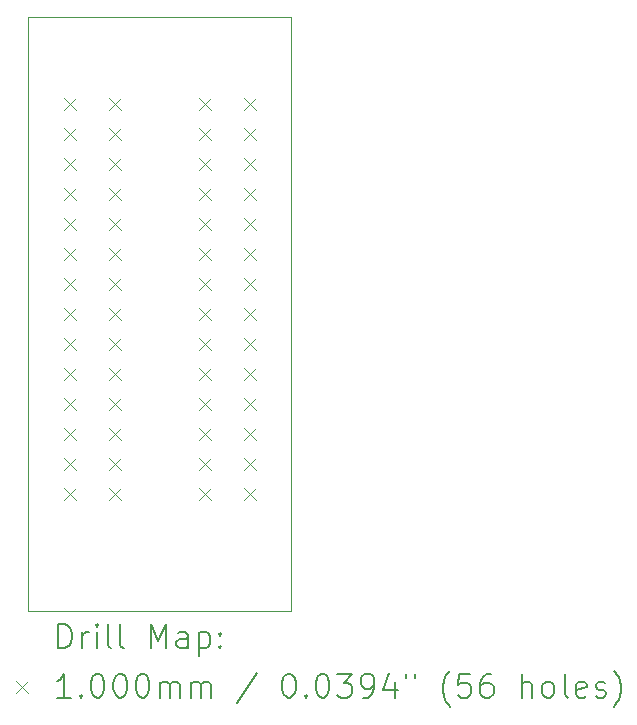
<source format=gbr>
%TF.GenerationSoftware,KiCad,Pcbnew,8.0.8*%
%TF.CreationDate,2025-06-20T13:46:22-04:00*%
%TF.ProjectId,ZiffAdapter,5a696666-4164-4617-9074-65722e6b6963,rev?*%
%TF.SameCoordinates,Original*%
%TF.FileFunction,Drillmap*%
%TF.FilePolarity,Positive*%
%FSLAX45Y45*%
G04 Gerber Fmt 4.5, Leading zero omitted, Abs format (unit mm)*
G04 Created by KiCad (PCBNEW 8.0.8) date 2025-06-20 13:46:22*
%MOMM*%
%LPD*%
G01*
G04 APERTURE LIST*
%ADD10C,0.050000*%
%ADD11C,0.200000*%
%ADD12C,0.100000*%
G04 APERTURE END LIST*
D10*
X9424400Y735700D02*
X11650200Y735700D01*
X11650200Y-4292600D01*
X9424400Y-4292600D01*
X9424400Y735700D01*
D11*
D12*
X9729000Y50000D02*
X9829000Y-50000D01*
X9829000Y50000D02*
X9729000Y-50000D01*
X9729000Y-204000D02*
X9829000Y-304000D01*
X9829000Y-204000D02*
X9729000Y-304000D01*
X9729000Y-458000D02*
X9829000Y-558000D01*
X9829000Y-458000D02*
X9729000Y-558000D01*
X9729000Y-712000D02*
X9829000Y-812000D01*
X9829000Y-712000D02*
X9729000Y-812000D01*
X9729000Y-966000D02*
X9829000Y-1066000D01*
X9829000Y-966000D02*
X9729000Y-1066000D01*
X9729000Y-1220000D02*
X9829000Y-1320000D01*
X9829000Y-1220000D02*
X9729000Y-1320000D01*
X9729000Y-1474000D02*
X9829000Y-1574000D01*
X9829000Y-1474000D02*
X9729000Y-1574000D01*
X9729000Y-1728000D02*
X9829000Y-1828000D01*
X9829000Y-1728000D02*
X9729000Y-1828000D01*
X9729000Y-1982000D02*
X9829000Y-2082000D01*
X9829000Y-1982000D02*
X9729000Y-2082000D01*
X9729000Y-2236000D02*
X9829000Y-2336000D01*
X9829000Y-2236000D02*
X9729000Y-2336000D01*
X9729000Y-2490000D02*
X9829000Y-2590000D01*
X9829000Y-2490000D02*
X9729000Y-2590000D01*
X9729000Y-2744000D02*
X9829000Y-2844000D01*
X9829000Y-2744000D02*
X9729000Y-2844000D01*
X9729000Y-2998000D02*
X9829000Y-3098000D01*
X9829000Y-2998000D02*
X9729000Y-3098000D01*
X9729000Y-3252000D02*
X9829000Y-3352000D01*
X9829000Y-3252000D02*
X9729000Y-3352000D01*
X10110000Y50000D02*
X10210000Y-50000D01*
X10210000Y50000D02*
X10110000Y-50000D01*
X10110000Y-204000D02*
X10210000Y-304000D01*
X10210000Y-204000D02*
X10110000Y-304000D01*
X10110000Y-458000D02*
X10210000Y-558000D01*
X10210000Y-458000D02*
X10110000Y-558000D01*
X10110000Y-712000D02*
X10210000Y-812000D01*
X10210000Y-712000D02*
X10110000Y-812000D01*
X10110000Y-966000D02*
X10210000Y-1066000D01*
X10210000Y-966000D02*
X10110000Y-1066000D01*
X10110000Y-1220000D02*
X10210000Y-1320000D01*
X10210000Y-1220000D02*
X10110000Y-1320000D01*
X10110000Y-1474000D02*
X10210000Y-1574000D01*
X10210000Y-1474000D02*
X10110000Y-1574000D01*
X10110000Y-1728000D02*
X10210000Y-1828000D01*
X10210000Y-1728000D02*
X10110000Y-1828000D01*
X10110000Y-1982000D02*
X10210000Y-2082000D01*
X10210000Y-1982000D02*
X10110000Y-2082000D01*
X10110000Y-2236000D02*
X10210000Y-2336000D01*
X10210000Y-2236000D02*
X10110000Y-2336000D01*
X10110000Y-2490000D02*
X10210000Y-2590000D01*
X10210000Y-2490000D02*
X10110000Y-2590000D01*
X10110000Y-2744000D02*
X10210000Y-2844000D01*
X10210000Y-2744000D02*
X10110000Y-2844000D01*
X10110000Y-2998000D02*
X10210000Y-3098000D01*
X10210000Y-2998000D02*
X10110000Y-3098000D01*
X10110000Y-3252000D02*
X10210000Y-3352000D01*
X10210000Y-3252000D02*
X10110000Y-3352000D01*
X10872000Y50000D02*
X10972000Y-50000D01*
X10972000Y50000D02*
X10872000Y-50000D01*
X10872000Y-204000D02*
X10972000Y-304000D01*
X10972000Y-204000D02*
X10872000Y-304000D01*
X10872000Y-458000D02*
X10972000Y-558000D01*
X10972000Y-458000D02*
X10872000Y-558000D01*
X10872000Y-712000D02*
X10972000Y-812000D01*
X10972000Y-712000D02*
X10872000Y-812000D01*
X10872000Y-966000D02*
X10972000Y-1066000D01*
X10972000Y-966000D02*
X10872000Y-1066000D01*
X10872000Y-1220000D02*
X10972000Y-1320000D01*
X10972000Y-1220000D02*
X10872000Y-1320000D01*
X10872000Y-1474000D02*
X10972000Y-1574000D01*
X10972000Y-1474000D02*
X10872000Y-1574000D01*
X10872000Y-1728000D02*
X10972000Y-1828000D01*
X10972000Y-1728000D02*
X10872000Y-1828000D01*
X10872000Y-1982000D02*
X10972000Y-2082000D01*
X10972000Y-1982000D02*
X10872000Y-2082000D01*
X10872000Y-2236000D02*
X10972000Y-2336000D01*
X10972000Y-2236000D02*
X10872000Y-2336000D01*
X10872000Y-2490000D02*
X10972000Y-2590000D01*
X10972000Y-2490000D02*
X10872000Y-2590000D01*
X10872000Y-2744000D02*
X10972000Y-2844000D01*
X10972000Y-2744000D02*
X10872000Y-2844000D01*
X10872000Y-2998000D02*
X10972000Y-3098000D01*
X10972000Y-2998000D02*
X10872000Y-3098000D01*
X10872000Y-3252000D02*
X10972000Y-3352000D01*
X10972000Y-3252000D02*
X10872000Y-3352000D01*
X11253000Y50000D02*
X11353000Y-50000D01*
X11353000Y50000D02*
X11253000Y-50000D01*
X11253000Y-204000D02*
X11353000Y-304000D01*
X11353000Y-204000D02*
X11253000Y-304000D01*
X11253000Y-458000D02*
X11353000Y-558000D01*
X11353000Y-458000D02*
X11253000Y-558000D01*
X11253000Y-712000D02*
X11353000Y-812000D01*
X11353000Y-712000D02*
X11253000Y-812000D01*
X11253000Y-966000D02*
X11353000Y-1066000D01*
X11353000Y-966000D02*
X11253000Y-1066000D01*
X11253000Y-1220000D02*
X11353000Y-1320000D01*
X11353000Y-1220000D02*
X11253000Y-1320000D01*
X11253000Y-1474000D02*
X11353000Y-1574000D01*
X11353000Y-1474000D02*
X11253000Y-1574000D01*
X11253000Y-1728000D02*
X11353000Y-1828000D01*
X11353000Y-1728000D02*
X11253000Y-1828000D01*
X11253000Y-1982000D02*
X11353000Y-2082000D01*
X11353000Y-1982000D02*
X11253000Y-2082000D01*
X11253000Y-2236000D02*
X11353000Y-2336000D01*
X11353000Y-2236000D02*
X11253000Y-2336000D01*
X11253000Y-2490000D02*
X11353000Y-2590000D01*
X11353000Y-2490000D02*
X11253000Y-2590000D01*
X11253000Y-2744000D02*
X11353000Y-2844000D01*
X11353000Y-2744000D02*
X11253000Y-2844000D01*
X11253000Y-2998000D02*
X11353000Y-3098000D01*
X11353000Y-2998000D02*
X11253000Y-3098000D01*
X11253000Y-3252000D02*
X11353000Y-3352000D01*
X11353000Y-3252000D02*
X11253000Y-3352000D01*
D11*
X9682677Y-4606584D02*
X9682677Y-4406584D01*
X9682677Y-4406584D02*
X9730296Y-4406584D01*
X9730296Y-4406584D02*
X9758867Y-4416108D01*
X9758867Y-4416108D02*
X9777915Y-4435155D01*
X9777915Y-4435155D02*
X9787439Y-4454203D01*
X9787439Y-4454203D02*
X9796963Y-4492298D01*
X9796963Y-4492298D02*
X9796963Y-4520870D01*
X9796963Y-4520870D02*
X9787439Y-4558965D01*
X9787439Y-4558965D02*
X9777915Y-4578012D01*
X9777915Y-4578012D02*
X9758867Y-4597060D01*
X9758867Y-4597060D02*
X9730296Y-4606584D01*
X9730296Y-4606584D02*
X9682677Y-4606584D01*
X9882677Y-4606584D02*
X9882677Y-4473250D01*
X9882677Y-4511346D02*
X9892201Y-4492298D01*
X9892201Y-4492298D02*
X9901724Y-4482774D01*
X9901724Y-4482774D02*
X9920772Y-4473250D01*
X9920772Y-4473250D02*
X9939820Y-4473250D01*
X10006486Y-4606584D02*
X10006486Y-4473250D01*
X10006486Y-4406584D02*
X9996963Y-4416108D01*
X9996963Y-4416108D02*
X10006486Y-4425631D01*
X10006486Y-4425631D02*
X10016010Y-4416108D01*
X10016010Y-4416108D02*
X10006486Y-4406584D01*
X10006486Y-4406584D02*
X10006486Y-4425631D01*
X10130296Y-4606584D02*
X10111248Y-4597060D01*
X10111248Y-4597060D02*
X10101724Y-4578012D01*
X10101724Y-4578012D02*
X10101724Y-4406584D01*
X10235058Y-4606584D02*
X10216010Y-4597060D01*
X10216010Y-4597060D02*
X10206486Y-4578012D01*
X10206486Y-4578012D02*
X10206486Y-4406584D01*
X10463629Y-4606584D02*
X10463629Y-4406584D01*
X10463629Y-4406584D02*
X10530296Y-4549441D01*
X10530296Y-4549441D02*
X10596963Y-4406584D01*
X10596963Y-4406584D02*
X10596963Y-4606584D01*
X10777915Y-4606584D02*
X10777915Y-4501822D01*
X10777915Y-4501822D02*
X10768391Y-4482774D01*
X10768391Y-4482774D02*
X10749344Y-4473250D01*
X10749344Y-4473250D02*
X10711248Y-4473250D01*
X10711248Y-4473250D02*
X10692201Y-4482774D01*
X10777915Y-4597060D02*
X10758867Y-4606584D01*
X10758867Y-4606584D02*
X10711248Y-4606584D01*
X10711248Y-4606584D02*
X10692201Y-4597060D01*
X10692201Y-4597060D02*
X10682677Y-4578012D01*
X10682677Y-4578012D02*
X10682677Y-4558965D01*
X10682677Y-4558965D02*
X10692201Y-4539917D01*
X10692201Y-4539917D02*
X10711248Y-4530393D01*
X10711248Y-4530393D02*
X10758867Y-4530393D01*
X10758867Y-4530393D02*
X10777915Y-4520870D01*
X10873153Y-4473250D02*
X10873153Y-4673250D01*
X10873153Y-4482774D02*
X10892201Y-4473250D01*
X10892201Y-4473250D02*
X10930296Y-4473250D01*
X10930296Y-4473250D02*
X10949344Y-4482774D01*
X10949344Y-4482774D02*
X10958867Y-4492298D01*
X10958867Y-4492298D02*
X10968391Y-4511346D01*
X10968391Y-4511346D02*
X10968391Y-4568489D01*
X10968391Y-4568489D02*
X10958867Y-4587536D01*
X10958867Y-4587536D02*
X10949344Y-4597060D01*
X10949344Y-4597060D02*
X10930296Y-4606584D01*
X10930296Y-4606584D02*
X10892201Y-4606584D01*
X10892201Y-4606584D02*
X10873153Y-4597060D01*
X11054105Y-4587536D02*
X11063629Y-4597060D01*
X11063629Y-4597060D02*
X11054105Y-4606584D01*
X11054105Y-4606584D02*
X11044582Y-4597060D01*
X11044582Y-4597060D02*
X11054105Y-4587536D01*
X11054105Y-4587536D02*
X11054105Y-4606584D01*
X11054105Y-4482774D02*
X11063629Y-4492298D01*
X11063629Y-4492298D02*
X11054105Y-4501822D01*
X11054105Y-4501822D02*
X11044582Y-4492298D01*
X11044582Y-4492298D02*
X11054105Y-4482774D01*
X11054105Y-4482774D02*
X11054105Y-4501822D01*
D12*
X9321900Y-4885100D02*
X9421900Y-4985100D01*
X9421900Y-4885100D02*
X9321900Y-4985100D01*
D11*
X9787439Y-5026584D02*
X9673153Y-5026584D01*
X9730296Y-5026584D02*
X9730296Y-4826584D01*
X9730296Y-4826584D02*
X9711248Y-4855155D01*
X9711248Y-4855155D02*
X9692201Y-4874203D01*
X9692201Y-4874203D02*
X9673153Y-4883727D01*
X9873153Y-5007536D02*
X9882677Y-5017060D01*
X9882677Y-5017060D02*
X9873153Y-5026584D01*
X9873153Y-5026584D02*
X9863629Y-5017060D01*
X9863629Y-5017060D02*
X9873153Y-5007536D01*
X9873153Y-5007536D02*
X9873153Y-5026584D01*
X10006486Y-4826584D02*
X10025534Y-4826584D01*
X10025534Y-4826584D02*
X10044582Y-4836108D01*
X10044582Y-4836108D02*
X10054105Y-4845631D01*
X10054105Y-4845631D02*
X10063629Y-4864679D01*
X10063629Y-4864679D02*
X10073153Y-4902774D01*
X10073153Y-4902774D02*
X10073153Y-4950393D01*
X10073153Y-4950393D02*
X10063629Y-4988489D01*
X10063629Y-4988489D02*
X10054105Y-5007536D01*
X10054105Y-5007536D02*
X10044582Y-5017060D01*
X10044582Y-5017060D02*
X10025534Y-5026584D01*
X10025534Y-5026584D02*
X10006486Y-5026584D01*
X10006486Y-5026584D02*
X9987439Y-5017060D01*
X9987439Y-5017060D02*
X9977915Y-5007536D01*
X9977915Y-5007536D02*
X9968391Y-4988489D01*
X9968391Y-4988489D02*
X9958867Y-4950393D01*
X9958867Y-4950393D02*
X9958867Y-4902774D01*
X9958867Y-4902774D02*
X9968391Y-4864679D01*
X9968391Y-4864679D02*
X9977915Y-4845631D01*
X9977915Y-4845631D02*
X9987439Y-4836108D01*
X9987439Y-4836108D02*
X10006486Y-4826584D01*
X10196963Y-4826584D02*
X10216010Y-4826584D01*
X10216010Y-4826584D02*
X10235058Y-4836108D01*
X10235058Y-4836108D02*
X10244582Y-4845631D01*
X10244582Y-4845631D02*
X10254105Y-4864679D01*
X10254105Y-4864679D02*
X10263629Y-4902774D01*
X10263629Y-4902774D02*
X10263629Y-4950393D01*
X10263629Y-4950393D02*
X10254105Y-4988489D01*
X10254105Y-4988489D02*
X10244582Y-5007536D01*
X10244582Y-5007536D02*
X10235058Y-5017060D01*
X10235058Y-5017060D02*
X10216010Y-5026584D01*
X10216010Y-5026584D02*
X10196963Y-5026584D01*
X10196963Y-5026584D02*
X10177915Y-5017060D01*
X10177915Y-5017060D02*
X10168391Y-5007536D01*
X10168391Y-5007536D02*
X10158867Y-4988489D01*
X10158867Y-4988489D02*
X10149344Y-4950393D01*
X10149344Y-4950393D02*
X10149344Y-4902774D01*
X10149344Y-4902774D02*
X10158867Y-4864679D01*
X10158867Y-4864679D02*
X10168391Y-4845631D01*
X10168391Y-4845631D02*
X10177915Y-4836108D01*
X10177915Y-4836108D02*
X10196963Y-4826584D01*
X10387439Y-4826584D02*
X10406486Y-4826584D01*
X10406486Y-4826584D02*
X10425534Y-4836108D01*
X10425534Y-4836108D02*
X10435058Y-4845631D01*
X10435058Y-4845631D02*
X10444582Y-4864679D01*
X10444582Y-4864679D02*
X10454105Y-4902774D01*
X10454105Y-4902774D02*
X10454105Y-4950393D01*
X10454105Y-4950393D02*
X10444582Y-4988489D01*
X10444582Y-4988489D02*
X10435058Y-5007536D01*
X10435058Y-5007536D02*
X10425534Y-5017060D01*
X10425534Y-5017060D02*
X10406486Y-5026584D01*
X10406486Y-5026584D02*
X10387439Y-5026584D01*
X10387439Y-5026584D02*
X10368391Y-5017060D01*
X10368391Y-5017060D02*
X10358867Y-5007536D01*
X10358867Y-5007536D02*
X10349344Y-4988489D01*
X10349344Y-4988489D02*
X10339820Y-4950393D01*
X10339820Y-4950393D02*
X10339820Y-4902774D01*
X10339820Y-4902774D02*
X10349344Y-4864679D01*
X10349344Y-4864679D02*
X10358867Y-4845631D01*
X10358867Y-4845631D02*
X10368391Y-4836108D01*
X10368391Y-4836108D02*
X10387439Y-4826584D01*
X10539820Y-5026584D02*
X10539820Y-4893250D01*
X10539820Y-4912298D02*
X10549344Y-4902774D01*
X10549344Y-4902774D02*
X10568391Y-4893250D01*
X10568391Y-4893250D02*
X10596963Y-4893250D01*
X10596963Y-4893250D02*
X10616010Y-4902774D01*
X10616010Y-4902774D02*
X10625534Y-4921822D01*
X10625534Y-4921822D02*
X10625534Y-5026584D01*
X10625534Y-4921822D02*
X10635058Y-4902774D01*
X10635058Y-4902774D02*
X10654105Y-4893250D01*
X10654105Y-4893250D02*
X10682677Y-4893250D01*
X10682677Y-4893250D02*
X10701725Y-4902774D01*
X10701725Y-4902774D02*
X10711248Y-4921822D01*
X10711248Y-4921822D02*
X10711248Y-5026584D01*
X10806486Y-5026584D02*
X10806486Y-4893250D01*
X10806486Y-4912298D02*
X10816010Y-4902774D01*
X10816010Y-4902774D02*
X10835058Y-4893250D01*
X10835058Y-4893250D02*
X10863629Y-4893250D01*
X10863629Y-4893250D02*
X10882677Y-4902774D01*
X10882677Y-4902774D02*
X10892201Y-4921822D01*
X10892201Y-4921822D02*
X10892201Y-5026584D01*
X10892201Y-4921822D02*
X10901725Y-4902774D01*
X10901725Y-4902774D02*
X10920772Y-4893250D01*
X10920772Y-4893250D02*
X10949344Y-4893250D01*
X10949344Y-4893250D02*
X10968391Y-4902774D01*
X10968391Y-4902774D02*
X10977915Y-4921822D01*
X10977915Y-4921822D02*
X10977915Y-5026584D01*
X11368391Y-4817060D02*
X11196963Y-5074203D01*
X11625534Y-4826584D02*
X11644582Y-4826584D01*
X11644582Y-4826584D02*
X11663629Y-4836108D01*
X11663629Y-4836108D02*
X11673153Y-4845631D01*
X11673153Y-4845631D02*
X11682677Y-4864679D01*
X11682677Y-4864679D02*
X11692201Y-4902774D01*
X11692201Y-4902774D02*
X11692201Y-4950393D01*
X11692201Y-4950393D02*
X11682677Y-4988489D01*
X11682677Y-4988489D02*
X11673153Y-5007536D01*
X11673153Y-5007536D02*
X11663629Y-5017060D01*
X11663629Y-5017060D02*
X11644582Y-5026584D01*
X11644582Y-5026584D02*
X11625534Y-5026584D01*
X11625534Y-5026584D02*
X11606486Y-5017060D01*
X11606486Y-5017060D02*
X11596963Y-5007536D01*
X11596963Y-5007536D02*
X11587439Y-4988489D01*
X11587439Y-4988489D02*
X11577915Y-4950393D01*
X11577915Y-4950393D02*
X11577915Y-4902774D01*
X11577915Y-4902774D02*
X11587439Y-4864679D01*
X11587439Y-4864679D02*
X11596963Y-4845631D01*
X11596963Y-4845631D02*
X11606486Y-4836108D01*
X11606486Y-4836108D02*
X11625534Y-4826584D01*
X11777915Y-5007536D02*
X11787439Y-5017060D01*
X11787439Y-5017060D02*
X11777915Y-5026584D01*
X11777915Y-5026584D02*
X11768391Y-5017060D01*
X11768391Y-5017060D02*
X11777915Y-5007536D01*
X11777915Y-5007536D02*
X11777915Y-5026584D01*
X11911248Y-4826584D02*
X11930296Y-4826584D01*
X11930296Y-4826584D02*
X11949344Y-4836108D01*
X11949344Y-4836108D02*
X11958867Y-4845631D01*
X11958867Y-4845631D02*
X11968391Y-4864679D01*
X11968391Y-4864679D02*
X11977915Y-4902774D01*
X11977915Y-4902774D02*
X11977915Y-4950393D01*
X11977915Y-4950393D02*
X11968391Y-4988489D01*
X11968391Y-4988489D02*
X11958867Y-5007536D01*
X11958867Y-5007536D02*
X11949344Y-5017060D01*
X11949344Y-5017060D02*
X11930296Y-5026584D01*
X11930296Y-5026584D02*
X11911248Y-5026584D01*
X11911248Y-5026584D02*
X11892201Y-5017060D01*
X11892201Y-5017060D02*
X11882677Y-5007536D01*
X11882677Y-5007536D02*
X11873153Y-4988489D01*
X11873153Y-4988489D02*
X11863629Y-4950393D01*
X11863629Y-4950393D02*
X11863629Y-4902774D01*
X11863629Y-4902774D02*
X11873153Y-4864679D01*
X11873153Y-4864679D02*
X11882677Y-4845631D01*
X11882677Y-4845631D02*
X11892201Y-4836108D01*
X11892201Y-4836108D02*
X11911248Y-4826584D01*
X12044582Y-4826584D02*
X12168391Y-4826584D01*
X12168391Y-4826584D02*
X12101725Y-4902774D01*
X12101725Y-4902774D02*
X12130296Y-4902774D01*
X12130296Y-4902774D02*
X12149344Y-4912298D01*
X12149344Y-4912298D02*
X12158867Y-4921822D01*
X12158867Y-4921822D02*
X12168391Y-4940870D01*
X12168391Y-4940870D02*
X12168391Y-4988489D01*
X12168391Y-4988489D02*
X12158867Y-5007536D01*
X12158867Y-5007536D02*
X12149344Y-5017060D01*
X12149344Y-5017060D02*
X12130296Y-5026584D01*
X12130296Y-5026584D02*
X12073153Y-5026584D01*
X12073153Y-5026584D02*
X12054106Y-5017060D01*
X12054106Y-5017060D02*
X12044582Y-5007536D01*
X12263629Y-5026584D02*
X12301725Y-5026584D01*
X12301725Y-5026584D02*
X12320772Y-5017060D01*
X12320772Y-5017060D02*
X12330296Y-5007536D01*
X12330296Y-5007536D02*
X12349344Y-4978965D01*
X12349344Y-4978965D02*
X12358867Y-4940870D01*
X12358867Y-4940870D02*
X12358867Y-4864679D01*
X12358867Y-4864679D02*
X12349344Y-4845631D01*
X12349344Y-4845631D02*
X12339820Y-4836108D01*
X12339820Y-4836108D02*
X12320772Y-4826584D01*
X12320772Y-4826584D02*
X12282677Y-4826584D01*
X12282677Y-4826584D02*
X12263629Y-4836108D01*
X12263629Y-4836108D02*
X12254106Y-4845631D01*
X12254106Y-4845631D02*
X12244582Y-4864679D01*
X12244582Y-4864679D02*
X12244582Y-4912298D01*
X12244582Y-4912298D02*
X12254106Y-4931346D01*
X12254106Y-4931346D02*
X12263629Y-4940870D01*
X12263629Y-4940870D02*
X12282677Y-4950393D01*
X12282677Y-4950393D02*
X12320772Y-4950393D01*
X12320772Y-4950393D02*
X12339820Y-4940870D01*
X12339820Y-4940870D02*
X12349344Y-4931346D01*
X12349344Y-4931346D02*
X12358867Y-4912298D01*
X12530296Y-4893250D02*
X12530296Y-5026584D01*
X12482677Y-4817060D02*
X12435058Y-4959917D01*
X12435058Y-4959917D02*
X12558867Y-4959917D01*
X12625534Y-4826584D02*
X12625534Y-4864679D01*
X12701725Y-4826584D02*
X12701725Y-4864679D01*
X12996963Y-5102774D02*
X12987439Y-5093250D01*
X12987439Y-5093250D02*
X12968391Y-5064679D01*
X12968391Y-5064679D02*
X12958868Y-5045631D01*
X12958868Y-5045631D02*
X12949344Y-5017060D01*
X12949344Y-5017060D02*
X12939820Y-4969441D01*
X12939820Y-4969441D02*
X12939820Y-4931346D01*
X12939820Y-4931346D02*
X12949344Y-4883727D01*
X12949344Y-4883727D02*
X12958868Y-4855155D01*
X12958868Y-4855155D02*
X12968391Y-4836108D01*
X12968391Y-4836108D02*
X12987439Y-4807536D01*
X12987439Y-4807536D02*
X12996963Y-4798012D01*
X13168391Y-4826584D02*
X13073153Y-4826584D01*
X13073153Y-4826584D02*
X13063629Y-4921822D01*
X13063629Y-4921822D02*
X13073153Y-4912298D01*
X13073153Y-4912298D02*
X13092201Y-4902774D01*
X13092201Y-4902774D02*
X13139820Y-4902774D01*
X13139820Y-4902774D02*
X13158868Y-4912298D01*
X13158868Y-4912298D02*
X13168391Y-4921822D01*
X13168391Y-4921822D02*
X13177915Y-4940870D01*
X13177915Y-4940870D02*
X13177915Y-4988489D01*
X13177915Y-4988489D02*
X13168391Y-5007536D01*
X13168391Y-5007536D02*
X13158868Y-5017060D01*
X13158868Y-5017060D02*
X13139820Y-5026584D01*
X13139820Y-5026584D02*
X13092201Y-5026584D01*
X13092201Y-5026584D02*
X13073153Y-5017060D01*
X13073153Y-5017060D02*
X13063629Y-5007536D01*
X13349344Y-4826584D02*
X13311248Y-4826584D01*
X13311248Y-4826584D02*
X13292201Y-4836108D01*
X13292201Y-4836108D02*
X13282677Y-4845631D01*
X13282677Y-4845631D02*
X13263629Y-4874203D01*
X13263629Y-4874203D02*
X13254106Y-4912298D01*
X13254106Y-4912298D02*
X13254106Y-4988489D01*
X13254106Y-4988489D02*
X13263629Y-5007536D01*
X13263629Y-5007536D02*
X13273153Y-5017060D01*
X13273153Y-5017060D02*
X13292201Y-5026584D01*
X13292201Y-5026584D02*
X13330296Y-5026584D01*
X13330296Y-5026584D02*
X13349344Y-5017060D01*
X13349344Y-5017060D02*
X13358868Y-5007536D01*
X13358868Y-5007536D02*
X13368391Y-4988489D01*
X13368391Y-4988489D02*
X13368391Y-4940870D01*
X13368391Y-4940870D02*
X13358868Y-4921822D01*
X13358868Y-4921822D02*
X13349344Y-4912298D01*
X13349344Y-4912298D02*
X13330296Y-4902774D01*
X13330296Y-4902774D02*
X13292201Y-4902774D01*
X13292201Y-4902774D02*
X13273153Y-4912298D01*
X13273153Y-4912298D02*
X13263629Y-4921822D01*
X13263629Y-4921822D02*
X13254106Y-4940870D01*
X13606487Y-5026584D02*
X13606487Y-4826584D01*
X13692201Y-5026584D02*
X13692201Y-4921822D01*
X13692201Y-4921822D02*
X13682677Y-4902774D01*
X13682677Y-4902774D02*
X13663630Y-4893250D01*
X13663630Y-4893250D02*
X13635058Y-4893250D01*
X13635058Y-4893250D02*
X13616010Y-4902774D01*
X13616010Y-4902774D02*
X13606487Y-4912298D01*
X13816010Y-5026584D02*
X13796963Y-5017060D01*
X13796963Y-5017060D02*
X13787439Y-5007536D01*
X13787439Y-5007536D02*
X13777915Y-4988489D01*
X13777915Y-4988489D02*
X13777915Y-4931346D01*
X13777915Y-4931346D02*
X13787439Y-4912298D01*
X13787439Y-4912298D02*
X13796963Y-4902774D01*
X13796963Y-4902774D02*
X13816010Y-4893250D01*
X13816010Y-4893250D02*
X13844582Y-4893250D01*
X13844582Y-4893250D02*
X13863630Y-4902774D01*
X13863630Y-4902774D02*
X13873153Y-4912298D01*
X13873153Y-4912298D02*
X13882677Y-4931346D01*
X13882677Y-4931346D02*
X13882677Y-4988489D01*
X13882677Y-4988489D02*
X13873153Y-5007536D01*
X13873153Y-5007536D02*
X13863630Y-5017060D01*
X13863630Y-5017060D02*
X13844582Y-5026584D01*
X13844582Y-5026584D02*
X13816010Y-5026584D01*
X13996963Y-5026584D02*
X13977915Y-5017060D01*
X13977915Y-5017060D02*
X13968391Y-4998012D01*
X13968391Y-4998012D02*
X13968391Y-4826584D01*
X14149344Y-5017060D02*
X14130296Y-5026584D01*
X14130296Y-5026584D02*
X14092201Y-5026584D01*
X14092201Y-5026584D02*
X14073153Y-5017060D01*
X14073153Y-5017060D02*
X14063630Y-4998012D01*
X14063630Y-4998012D02*
X14063630Y-4921822D01*
X14063630Y-4921822D02*
X14073153Y-4902774D01*
X14073153Y-4902774D02*
X14092201Y-4893250D01*
X14092201Y-4893250D02*
X14130296Y-4893250D01*
X14130296Y-4893250D02*
X14149344Y-4902774D01*
X14149344Y-4902774D02*
X14158868Y-4921822D01*
X14158868Y-4921822D02*
X14158868Y-4940870D01*
X14158868Y-4940870D02*
X14063630Y-4959917D01*
X14235058Y-5017060D02*
X14254106Y-5026584D01*
X14254106Y-5026584D02*
X14292201Y-5026584D01*
X14292201Y-5026584D02*
X14311249Y-5017060D01*
X14311249Y-5017060D02*
X14320772Y-4998012D01*
X14320772Y-4998012D02*
X14320772Y-4988489D01*
X14320772Y-4988489D02*
X14311249Y-4969441D01*
X14311249Y-4969441D02*
X14292201Y-4959917D01*
X14292201Y-4959917D02*
X14263630Y-4959917D01*
X14263630Y-4959917D02*
X14244582Y-4950393D01*
X14244582Y-4950393D02*
X14235058Y-4931346D01*
X14235058Y-4931346D02*
X14235058Y-4921822D01*
X14235058Y-4921822D02*
X14244582Y-4902774D01*
X14244582Y-4902774D02*
X14263630Y-4893250D01*
X14263630Y-4893250D02*
X14292201Y-4893250D01*
X14292201Y-4893250D02*
X14311249Y-4902774D01*
X14387439Y-5102774D02*
X14396963Y-5093250D01*
X14396963Y-5093250D02*
X14416011Y-5064679D01*
X14416011Y-5064679D02*
X14425534Y-5045631D01*
X14425534Y-5045631D02*
X14435058Y-5017060D01*
X14435058Y-5017060D02*
X14444582Y-4969441D01*
X14444582Y-4969441D02*
X14444582Y-4931346D01*
X14444582Y-4931346D02*
X14435058Y-4883727D01*
X14435058Y-4883727D02*
X14425534Y-4855155D01*
X14425534Y-4855155D02*
X14416011Y-4836108D01*
X14416011Y-4836108D02*
X14396963Y-4807536D01*
X14396963Y-4807536D02*
X14387439Y-4798012D01*
M02*

</source>
